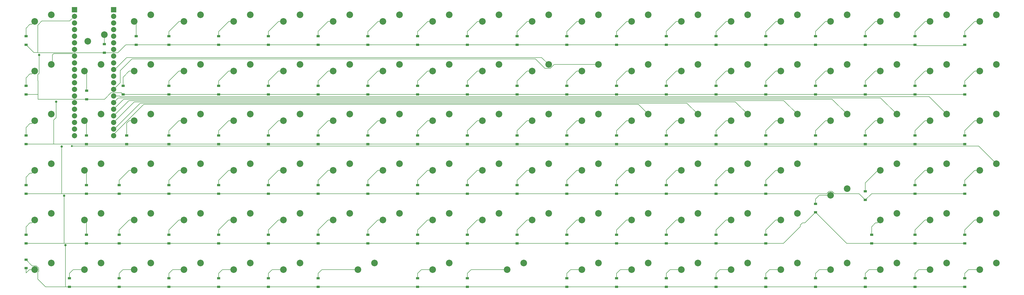
<source format=gbr>
G04 EAGLE Gerber RS-274X export*
G75*
%MOMM*%
%FSLAX34Y34*%
%LPD*%
%INBottom Copper*%
%IPPOS*%
%AMOC8*
5,1,8,0,0,1.08239X$1,22.5*%
G01*
%ADD10C,2.540000*%
%ADD11R,1.220000X0.910000*%
%ADD12R,2.000000X2.000000*%
%ADD13C,2.000000*%
%ADD14C,0.152400*%
%ADD15C,0.906400*%
%ADD16C,0.756400*%


D10*
X152400Y1168400D03*
X215900Y1193800D03*
X419100Y1117600D03*
X355600Y1092200D03*
X533400Y1168400D03*
X596900Y1193800D03*
X723900Y1168400D03*
X787400Y1193800D03*
X914400Y1168400D03*
X977900Y1193800D03*
X1104900Y1168400D03*
X1168400Y1193800D03*
X1295400Y1168400D03*
X1358900Y1193800D03*
X1485900Y1168400D03*
X1549400Y1193800D03*
X1676400Y1168400D03*
X1739900Y1193800D03*
X1866900Y1168400D03*
X1930400Y1193800D03*
X2057400Y1168400D03*
X2120900Y1193800D03*
X2247900Y1168400D03*
X2311400Y1193800D03*
X2438400Y1168400D03*
X2501900Y1193800D03*
X2628900Y1168400D03*
X2692400Y1193800D03*
X2819400Y1168400D03*
X2882900Y1193800D03*
X3009900Y1168400D03*
X3073400Y1193800D03*
X3200400Y1168400D03*
X3263900Y1193800D03*
X3390900Y1168400D03*
X3454400Y1193800D03*
X3581400Y1168400D03*
X3644900Y1193800D03*
X3771900Y1168400D03*
X3835400Y1193800D03*
X152400Y977900D03*
X215900Y1003300D03*
X342900Y977900D03*
X406400Y1003300D03*
X533400Y977900D03*
X596900Y1003300D03*
X723900Y977900D03*
X787400Y1003300D03*
X914400Y977900D03*
X977900Y1003300D03*
X1104900Y977900D03*
X1168400Y1003300D03*
X1295400Y977900D03*
X1358900Y1003300D03*
X1485900Y977900D03*
X1549400Y1003300D03*
X1676400Y977900D03*
X1739900Y1003300D03*
X1866900Y977900D03*
X1930400Y1003300D03*
X2057400Y977900D03*
X2120900Y1003300D03*
X2247900Y977900D03*
X2311400Y1003300D03*
X2438400Y977900D03*
X2501900Y1003300D03*
X2628900Y977900D03*
X2692400Y1003300D03*
X2819400Y977900D03*
X2882900Y1003300D03*
X3009900Y977900D03*
X3073400Y1003300D03*
X3200400Y977900D03*
X3263900Y1003300D03*
X3390900Y977900D03*
X3454400Y1003300D03*
X3581400Y977900D03*
X3644900Y1003300D03*
X3771900Y977900D03*
X3835400Y1003300D03*
X152400Y787400D03*
X215900Y812800D03*
X342900Y787400D03*
X406400Y812800D03*
X533400Y787400D03*
X596900Y812800D03*
X723900Y787400D03*
X787400Y812800D03*
X914400Y787400D03*
X977900Y812800D03*
X1104900Y787400D03*
X1168400Y812800D03*
X1295400Y787400D03*
X1358900Y812800D03*
X1485900Y787400D03*
X1549400Y812800D03*
X1676400Y787400D03*
X1739900Y812800D03*
X1866900Y787400D03*
X1930400Y812800D03*
X2057400Y787400D03*
X2120900Y812800D03*
X2247900Y787400D03*
X2311400Y812800D03*
X2438400Y787400D03*
X2501900Y812800D03*
X2628900Y787400D03*
X2692400Y812800D03*
X2819400Y787400D03*
X2882900Y812800D03*
X3009900Y787400D03*
X3073400Y812800D03*
X3200400Y787400D03*
X3263900Y812800D03*
X3390900Y787400D03*
X3454400Y812800D03*
X3581400Y787400D03*
X3644900Y812800D03*
X3771900Y787400D03*
X3835400Y812800D03*
X152400Y596900D03*
X215900Y622300D03*
X342900Y596900D03*
X406400Y622300D03*
X533400Y596900D03*
X596900Y622300D03*
X723900Y596900D03*
X787400Y622300D03*
X914400Y596900D03*
X977900Y622300D03*
X1104900Y596900D03*
X1168400Y622300D03*
X1295400Y596900D03*
X1358900Y622300D03*
X1485900Y596900D03*
X1549400Y622300D03*
X1676400Y596900D03*
X1739900Y622300D03*
X1866900Y596900D03*
X1930400Y622300D03*
X2057400Y596900D03*
X2120900Y622300D03*
X2247900Y596900D03*
X2311400Y622300D03*
X2438400Y596900D03*
X2501900Y622300D03*
X2628900Y596900D03*
X2692400Y622300D03*
X2819400Y596900D03*
X2882900Y622300D03*
X3009900Y596900D03*
X3073400Y622300D03*
X3390900Y596900D03*
X3454400Y622300D03*
X3581400Y596900D03*
X3644900Y622300D03*
X3771900Y596900D03*
X3835400Y622300D03*
X152400Y406400D03*
X215900Y431800D03*
X342900Y406400D03*
X406400Y431800D03*
X533400Y406400D03*
X596900Y431800D03*
X723900Y406400D03*
X787400Y431800D03*
X914400Y406400D03*
X977900Y431800D03*
X1104900Y406400D03*
X1168400Y431800D03*
X1295400Y406400D03*
X1358900Y431800D03*
X1485900Y406400D03*
X1549400Y431800D03*
X1676400Y406400D03*
X1739900Y431800D03*
X1866900Y406400D03*
X1930400Y431800D03*
X2057400Y406400D03*
X2120900Y431800D03*
X2247900Y406400D03*
X2311400Y431800D03*
X2438400Y406400D03*
X2501900Y431800D03*
X2628900Y406400D03*
X2692400Y431800D03*
X2819400Y406400D03*
X2882900Y431800D03*
X3009900Y406400D03*
X3073400Y431800D03*
X3390900Y406400D03*
X3454400Y431800D03*
X3581400Y406400D03*
X3644900Y431800D03*
X3771900Y406400D03*
X3835400Y431800D03*
X152400Y215900D03*
X215900Y241300D03*
X342900Y215900D03*
X406400Y241300D03*
X533400Y215900D03*
X596900Y241300D03*
X723900Y215900D03*
X787400Y241300D03*
X914400Y215900D03*
X977900Y241300D03*
X1104900Y215900D03*
X1168400Y241300D03*
X1676400Y215900D03*
X1739900Y241300D03*
X2247900Y215900D03*
X2311400Y241300D03*
X2438400Y215900D03*
X2501900Y241300D03*
X2628900Y215900D03*
X2692400Y241300D03*
X2819400Y215900D03*
X2882900Y241300D03*
X3009900Y215900D03*
X3073400Y241300D03*
X3200400Y215900D03*
X3263900Y241300D03*
X3390900Y215900D03*
X3454400Y241300D03*
X3581400Y215900D03*
X3644900Y241300D03*
X3771900Y215900D03*
X3835400Y241300D03*
X1390650Y215900D03*
X1454150Y241300D03*
X1962150Y215900D03*
X2025650Y241300D03*
X3200400Y501650D03*
X3263900Y527050D03*
D11*
X119063Y1079025D03*
X119063Y1111725D03*
X419498Y1048620D03*
X419498Y1081320D03*
X541250Y1079025D03*
X541250Y1111725D03*
X666750Y1079025D03*
X666750Y1111725D03*
X857250Y1079025D03*
X857250Y1111725D03*
X1047750Y1079025D03*
X1047750Y1111725D03*
X1238250Y1079025D03*
X1238250Y1111725D03*
X1428750Y1079025D03*
X1428750Y1111725D03*
X1619250Y1079025D03*
X1619250Y1111725D03*
X1809750Y1079025D03*
X1809750Y1111725D03*
X2000250Y1079025D03*
X2000250Y1111725D03*
X2190750Y1079025D03*
X2190750Y1111725D03*
X2381250Y1079025D03*
X2381250Y1111725D03*
X2571750Y1079025D03*
X2571750Y1111725D03*
X2762250Y1079025D03*
X2762250Y1111725D03*
X2952750Y1079025D03*
X2952750Y1111725D03*
X3143250Y1079025D03*
X3143250Y1111725D03*
X3333750Y1079025D03*
X3333750Y1111725D03*
X3524250Y1079025D03*
X3524250Y1111725D03*
X3714750Y1079025D03*
X3714750Y1111725D03*
X119063Y888525D03*
X119063Y921225D03*
X351723Y870023D03*
X351723Y902723D03*
X491250Y888525D03*
X491250Y921225D03*
X666750Y888525D03*
X666750Y921225D03*
X857250Y888525D03*
X857250Y921225D03*
X1047750Y888525D03*
X1047750Y921225D03*
X1238250Y888525D03*
X1238250Y921225D03*
X1428750Y888525D03*
X1428750Y921225D03*
X1619250Y888525D03*
X1619250Y921225D03*
X1809750Y888525D03*
X1809750Y921225D03*
X2000250Y888525D03*
X2000250Y921225D03*
X2190750Y888525D03*
X2190750Y921225D03*
X2381250Y888525D03*
X2381250Y921225D03*
X2571750Y888525D03*
X2571750Y921225D03*
X2762250Y888525D03*
X2762250Y921225D03*
X2952750Y888525D03*
X2952750Y921225D03*
X3143250Y888525D03*
X3143250Y921225D03*
X3333750Y888525D03*
X3333750Y921225D03*
X3524250Y888525D03*
X3524250Y921225D03*
X3714750Y888525D03*
X3714750Y921225D03*
X119063Y698025D03*
X119063Y730725D03*
X350750Y698025D03*
X350750Y730725D03*
X504851Y698025D03*
X504851Y730725D03*
X666750Y698025D03*
X666750Y730725D03*
X857250Y698025D03*
X857250Y730725D03*
X1047750Y698025D03*
X1047750Y730725D03*
X1238250Y698025D03*
X1238250Y730725D03*
X1428750Y698025D03*
X1428750Y730725D03*
X1619250Y698025D03*
X1619250Y730725D03*
X1809750Y698025D03*
X1809750Y730725D03*
X2000250Y698025D03*
X2000250Y730725D03*
X2190750Y698025D03*
X2190750Y730725D03*
X2381250Y698025D03*
X2381250Y730725D03*
X2571750Y698025D03*
X2571750Y730725D03*
X2762250Y698025D03*
X2762250Y730725D03*
X2952750Y698025D03*
X2952750Y730725D03*
X3143250Y698025D03*
X3143250Y730725D03*
X3333750Y698025D03*
X3333750Y730725D03*
X3524250Y698025D03*
X3524250Y730725D03*
X3714750Y698025D03*
X3714750Y730725D03*
X119063Y507525D03*
X119063Y540225D03*
X350750Y507525D03*
X350750Y540225D03*
X476250Y507525D03*
X476250Y540225D03*
X666750Y507525D03*
X666750Y540225D03*
X857250Y507525D03*
X857250Y540225D03*
X1047750Y507525D03*
X1047750Y540225D03*
X1238250Y507525D03*
X1238250Y540225D03*
X1428750Y507525D03*
X1428750Y540225D03*
X1619250Y507525D03*
X1619250Y540225D03*
X1809750Y507525D03*
X1809750Y540225D03*
X2000250Y507525D03*
X2000250Y540225D03*
X2190750Y507525D03*
X2190750Y540225D03*
X2381250Y507525D03*
X2381250Y540225D03*
X2571750Y507525D03*
X2571750Y540225D03*
X2762250Y507525D03*
X2762250Y540225D03*
X2952750Y507525D03*
X2952750Y540225D03*
X3333750Y483713D03*
X3333750Y516413D03*
X3524250Y507525D03*
X3524250Y540225D03*
X3714750Y507525D03*
X3714750Y540225D03*
X119063Y317025D03*
X119063Y349725D03*
X350750Y317025D03*
X350750Y349725D03*
X476250Y317025D03*
X476250Y349725D03*
X666750Y317025D03*
X666750Y349725D03*
X857250Y317025D03*
X857250Y349725D03*
X1047750Y317025D03*
X1047750Y349725D03*
X1238250Y317025D03*
X1238250Y349725D03*
X1428750Y317025D03*
X1428750Y349725D03*
X1619250Y317025D03*
X1619250Y349725D03*
X1809750Y317025D03*
X1809750Y349725D03*
X2000250Y317025D03*
X2000250Y349725D03*
X2190750Y317025D03*
X2190750Y349725D03*
X2381250Y317025D03*
X2381250Y349725D03*
X2571750Y317025D03*
X2571750Y349725D03*
X2762250Y317025D03*
X2762250Y349725D03*
X2952750Y317025D03*
X2952750Y349725D03*
X3143250Y436088D03*
X3143250Y468788D03*
X3357563Y317025D03*
X3357563Y349725D03*
X3524250Y317025D03*
X3524250Y349725D03*
X3714750Y317025D03*
X3714750Y349725D03*
X119063Y254475D03*
X119063Y221775D03*
X285750Y150338D03*
X285750Y183038D03*
X476250Y150338D03*
X476250Y183038D03*
X666750Y150338D03*
X666750Y183038D03*
X857250Y150338D03*
X857250Y183038D03*
X1047750Y150338D03*
X1047750Y183038D03*
X1238250Y150338D03*
X1238250Y183038D03*
X1619250Y150338D03*
X1619250Y183038D03*
X1809750Y150338D03*
X1809750Y183038D03*
X2190750Y150338D03*
X2190750Y183038D03*
X2381250Y150338D03*
X2381250Y183038D03*
X2571750Y150338D03*
X2571750Y183038D03*
X2762250Y150338D03*
X2762250Y183038D03*
X2952750Y150338D03*
X2952750Y183038D03*
X3143250Y150338D03*
X3143250Y183038D03*
X3333750Y150338D03*
X3333750Y183038D03*
X3524250Y150338D03*
X3524250Y183038D03*
X3714750Y150338D03*
X3714750Y183038D03*
D12*
X455000Y1213900D03*
D13*
X455000Y1188500D03*
X455000Y1163100D03*
X455000Y1137700D03*
X455000Y1112300D03*
X455000Y1086900D03*
X455000Y1061500D03*
X455000Y1036100D03*
D12*
X305000Y1213900D03*
D13*
X305000Y1188500D03*
X305000Y1163100D03*
X305000Y1137700D03*
X305000Y1112300D03*
X305000Y1086900D03*
X305000Y1061500D03*
X305000Y1036100D03*
X305000Y1009700D03*
X305000Y984300D03*
X305000Y958900D03*
X305000Y933500D03*
X305000Y908100D03*
X305000Y882700D03*
X305000Y857300D03*
X305000Y831900D03*
X305000Y806500D03*
X305000Y781100D03*
X305000Y755700D03*
X305000Y730300D03*
X455000Y1009700D03*
X455000Y984300D03*
X455000Y958900D03*
X455000Y933500D03*
X455000Y908100D03*
X455000Y882700D03*
X455000Y857300D03*
X455000Y831900D03*
X455000Y806500D03*
X455000Y781100D03*
X455000Y755700D03*
X455000Y730300D03*
D14*
X119063Y1130000D02*
X119063Y1130375D01*
X119063Y1130000D02*
X119063Y1111725D01*
X141342Y1157342D02*
X152400Y1168400D01*
X141342Y1157342D02*
X133759Y1157342D01*
X119063Y1142645D01*
X119063Y1130375D01*
X419498Y1117202D02*
X419498Y1081320D01*
X419498Y1117202D02*
X419100Y1117600D01*
X533400Y1168400D02*
X541250Y1160550D01*
X541250Y1111725D01*
X666750Y1130000D02*
X666750Y1130375D01*
X666750Y1130000D02*
X666750Y1111725D01*
X705150Y1168400D02*
X723900Y1168400D01*
X705150Y1168400D02*
X666750Y1130000D01*
X857250Y1130375D02*
X857250Y1130000D01*
X857250Y1111725D01*
X895650Y1168400D02*
X914400Y1168400D01*
X895650Y1168400D02*
X857250Y1130000D01*
X1047750Y1130375D02*
X1047750Y1130000D01*
X1047750Y1111725D01*
X1086150Y1168400D02*
X1104900Y1168400D01*
X1086150Y1168400D02*
X1047750Y1130000D01*
X1238250Y1130375D02*
X1238250Y1111725D01*
X1276275Y1168400D02*
X1295400Y1168400D01*
X1276275Y1168400D02*
X1238250Y1130375D01*
X1428750Y1130375D02*
X1428750Y1130000D01*
X1428750Y1111725D01*
X1467150Y1168400D02*
X1485900Y1168400D01*
X1467150Y1168400D02*
X1428750Y1130000D01*
X1619250Y1130375D02*
X1619250Y1130000D01*
X1619250Y1111725D01*
X1657650Y1168400D02*
X1676400Y1168400D01*
X1657650Y1168400D02*
X1619250Y1130000D01*
X1809750Y1130375D02*
X1809750Y1130000D01*
X1809750Y1111725D01*
X1848150Y1168400D02*
X1866900Y1168400D01*
X1848150Y1168400D02*
X1809750Y1130000D01*
X2000250Y1130375D02*
X2000250Y1130000D01*
X2000250Y1111725D01*
X2038650Y1168400D02*
X2057400Y1168400D01*
X2038650Y1168400D02*
X2000250Y1130000D01*
X2190750Y1130375D02*
X2190750Y1130000D01*
X2190750Y1111725D01*
X2229150Y1168400D02*
X2247900Y1168400D01*
X2229150Y1168400D02*
X2190750Y1130000D01*
X2381250Y1130375D02*
X2381250Y1130000D01*
X2381250Y1111725D01*
X2419650Y1168400D02*
X2438400Y1168400D01*
X2419650Y1168400D02*
X2381250Y1130000D01*
X2571750Y1130375D02*
X2571750Y1111725D01*
X2609775Y1168400D02*
X2628900Y1168400D01*
X2609775Y1168400D02*
X2571750Y1130375D01*
X2762250Y1130375D02*
X2762250Y1130000D01*
X2762250Y1111725D01*
X2800650Y1168400D02*
X2819400Y1168400D01*
X2800650Y1168400D02*
X2762250Y1130000D01*
X2952750Y1130375D02*
X2952750Y1130000D01*
X2952750Y1111725D01*
X2991150Y1168400D02*
X3009900Y1168400D01*
X2991150Y1168400D02*
X2952750Y1130000D01*
X3143250Y1130375D02*
X3143250Y1111725D01*
X3181275Y1168400D02*
X3200400Y1168400D01*
X3181275Y1168400D02*
X3143250Y1130375D01*
X3333750Y1130375D02*
X3333750Y1130000D01*
X3333750Y1111725D01*
X3372150Y1168400D02*
X3390900Y1168400D01*
X3372150Y1168400D02*
X3333750Y1130000D01*
X3524250Y1130375D02*
X3524250Y1130000D01*
X3524250Y1111725D01*
X3562650Y1168400D02*
X3581400Y1168400D01*
X3562650Y1168400D02*
X3524250Y1130000D01*
X3714750Y1130375D02*
X3714750Y1111725D01*
X3752775Y1168400D02*
X3771900Y1168400D01*
X3752775Y1168400D02*
X3714750Y1130375D01*
X119063Y939875D02*
X119063Y921225D01*
X141342Y966842D02*
X152400Y977900D01*
X141342Y966842D02*
X133759Y966842D01*
X119063Y952145D01*
X119063Y939875D01*
X342900Y977900D02*
X351723Y969077D01*
X351723Y902723D01*
X491250Y921225D02*
X491250Y954875D01*
X514275Y977900D02*
X533400Y977900D01*
X514275Y977900D02*
X491250Y954875D01*
X666750Y939875D02*
X666750Y921225D01*
X704775Y977900D02*
X723900Y977900D01*
X704775Y977900D02*
X666750Y939875D01*
X857250Y939875D02*
X857250Y921225D01*
X895275Y977900D02*
X914400Y977900D01*
X895275Y977900D02*
X857250Y939875D01*
X1047750Y939875D02*
X1047750Y921225D01*
X1085775Y977900D02*
X1104900Y977900D01*
X1085775Y977900D02*
X1047750Y939875D01*
X1238250Y939875D02*
X1238250Y921225D01*
X1276275Y977900D02*
X1295400Y977900D01*
X1276275Y977900D02*
X1238250Y939875D01*
X1428750Y939875D02*
X1428750Y921225D01*
X1466775Y977900D02*
X1485900Y977900D01*
X1466775Y977900D02*
X1428750Y939875D01*
X1619250Y939875D02*
X1619250Y921225D01*
X1657275Y977900D02*
X1676400Y977900D01*
X1657275Y977900D02*
X1619250Y939875D01*
X1809750Y939875D02*
X1809750Y921225D01*
X1847775Y977900D02*
X1866900Y977900D01*
X1847775Y977900D02*
X1809750Y939875D01*
X2000250Y939875D02*
X2000250Y921225D01*
X2038275Y977900D02*
X2057400Y977900D01*
X2038275Y977900D02*
X2000250Y939875D01*
X2190750Y939875D02*
X2190750Y921225D01*
X2228775Y977900D02*
X2247900Y977900D01*
X2228775Y977900D02*
X2190750Y939875D01*
X2381250Y939875D02*
X2381250Y921225D01*
X2419275Y977900D02*
X2438400Y977900D01*
X2419275Y977900D02*
X2381250Y939875D01*
X2571750Y939875D02*
X2571750Y921225D01*
X2609775Y977900D02*
X2628900Y977900D01*
X2609775Y977900D02*
X2571750Y939875D01*
X2762250Y939875D02*
X2762250Y921225D01*
X2800275Y977900D02*
X2819400Y977900D01*
X2800275Y977900D02*
X2762250Y939875D01*
X2952750Y939875D02*
X2952750Y921225D01*
X2990775Y977900D02*
X3009900Y977900D01*
X2990775Y977900D02*
X2952750Y939875D01*
X3181275Y977900D02*
X3200400Y977900D01*
X3181275Y977900D02*
X3144188Y940813D01*
X3143250Y939875D01*
X3144188Y922323D02*
X3143250Y921225D01*
X3144188Y922323D02*
X3144188Y940813D01*
X3333750Y939875D02*
X3333750Y921225D01*
X3371775Y977900D02*
X3390900Y977900D01*
X3371775Y977900D02*
X3333750Y939875D01*
X3524250Y939875D02*
X3524250Y921225D01*
X3562275Y977900D02*
X3581400Y977900D01*
X3562275Y977900D02*
X3524250Y939875D01*
X3714750Y939875D02*
X3714750Y921225D01*
X3752775Y977900D02*
X3771900Y977900D01*
X3752775Y977900D02*
X3714750Y939875D01*
X119063Y749375D02*
X119063Y730725D01*
X141342Y776342D02*
X152400Y787400D01*
X141342Y776342D02*
X133759Y776342D01*
X119063Y761645D01*
X119063Y749375D01*
X342900Y787400D02*
X350750Y779550D01*
X350750Y730725D01*
X504851Y730725D02*
X504851Y777976D01*
X514275Y787400D02*
X533400Y787400D01*
X514275Y787400D02*
X504851Y777976D01*
X666750Y749375D02*
X666750Y730725D01*
X704775Y787400D02*
X723900Y787400D01*
X704775Y787400D02*
X666750Y749375D01*
X857250Y749375D02*
X857250Y730725D01*
X895275Y787400D02*
X914400Y787400D01*
X895275Y787400D02*
X857250Y749375D01*
X1047750Y749375D02*
X1047750Y730725D01*
X1085775Y787400D02*
X1104900Y787400D01*
X1085775Y787400D02*
X1047750Y749375D01*
X1238250Y749375D02*
X1238250Y730725D01*
X1276275Y787400D02*
X1295400Y787400D01*
X1276275Y787400D02*
X1238250Y749375D01*
X1428750Y749375D02*
X1428750Y730725D01*
X1466775Y787400D02*
X1485900Y787400D01*
X1466775Y787400D02*
X1428750Y749375D01*
X1619250Y749375D02*
X1619250Y730725D01*
X1657275Y787400D02*
X1676400Y787400D01*
X1657275Y787400D02*
X1619250Y749375D01*
X1809750Y749375D02*
X1809750Y730725D01*
X1847775Y787400D02*
X1866900Y787400D01*
X1847775Y787400D02*
X1809750Y749375D01*
X2000250Y749375D02*
X2000250Y730725D01*
X2038275Y787400D02*
X2057400Y787400D01*
X2038275Y787400D02*
X2000250Y749375D01*
X2190750Y749375D02*
X2190750Y730725D01*
X2228775Y787400D02*
X2247900Y787400D01*
X2228775Y787400D02*
X2190750Y749375D01*
X2381250Y749375D02*
X2381250Y730725D01*
X2419275Y787400D02*
X2438400Y787400D01*
X2419275Y787400D02*
X2381250Y749375D01*
X2571750Y749375D02*
X2571750Y730725D01*
X2609775Y787400D02*
X2628900Y787400D01*
X2609775Y787400D02*
X2571750Y749375D01*
X2762250Y749375D02*
X2762250Y730725D01*
X2800275Y787400D02*
X2819400Y787400D01*
X2800275Y787400D02*
X2762250Y749375D01*
X2952750Y749375D02*
X2952750Y730725D01*
X2990775Y787400D02*
X3009900Y787400D01*
X2990775Y787400D02*
X2952750Y749375D01*
X3143250Y749375D02*
X3143250Y730725D01*
X3181275Y787400D02*
X3200400Y787400D01*
X3181275Y787400D02*
X3143250Y749375D01*
X3333750Y749375D02*
X3333750Y730725D01*
X3371775Y787400D02*
X3390900Y787400D01*
X3371775Y787400D02*
X3333750Y749375D01*
X3524250Y749375D02*
X3524250Y730725D01*
X3562275Y787400D02*
X3581400Y787400D01*
X3562275Y787400D02*
X3524250Y749375D01*
X3714750Y749375D02*
X3714750Y730725D01*
X3752775Y787400D02*
X3771900Y787400D01*
X3752775Y787400D02*
X3714750Y749375D01*
X119063Y558875D02*
X119063Y540225D01*
X141342Y585842D02*
X152400Y596900D01*
X141342Y585842D02*
X133759Y585842D01*
X119063Y571145D01*
X119063Y558875D01*
X342900Y596900D02*
X350750Y589050D01*
X350750Y540225D01*
X476250Y540225D02*
X476250Y558875D01*
X514275Y596900D02*
X533400Y596900D01*
X514275Y596900D02*
X476250Y558875D01*
X666750Y558875D02*
X666750Y540225D01*
X704775Y596900D02*
X723900Y596900D01*
X704775Y596900D02*
X666750Y558875D01*
X857250Y558875D02*
X857250Y540225D01*
X895275Y596900D02*
X914400Y596900D01*
X895275Y596900D02*
X857250Y558875D01*
X1047750Y558875D02*
X1047750Y540225D01*
X1085775Y596900D02*
X1104900Y596900D01*
X1085775Y596900D02*
X1047750Y558875D01*
X1238250Y558875D02*
X1238250Y540225D01*
X1276275Y596900D02*
X1295400Y596900D01*
X1276275Y596900D02*
X1238250Y558875D01*
X1428750Y558875D02*
X1428750Y540225D01*
X1466775Y596900D02*
X1485900Y596900D01*
X1466775Y596900D02*
X1428750Y558875D01*
X1619250Y558875D02*
X1619250Y540225D01*
X1657275Y596900D02*
X1676400Y596900D01*
X1657275Y596900D02*
X1619250Y558875D01*
X1809750Y558875D02*
X1809750Y540225D01*
X1847775Y596900D02*
X1866900Y596900D01*
X1847775Y596900D02*
X1809750Y558875D01*
X2000250Y558875D02*
X2000250Y540225D01*
X2038275Y596900D02*
X2057400Y596900D01*
X2038275Y596900D02*
X2000250Y558875D01*
X2190750Y558875D02*
X2190750Y540225D01*
X2228775Y596900D02*
X2247900Y596900D01*
X2228775Y596900D02*
X2190750Y558875D01*
X2381250Y558875D02*
X2381250Y540225D01*
X2419275Y596900D02*
X2438400Y596900D01*
X2419275Y596900D02*
X2381250Y558875D01*
X2571750Y558875D02*
X2571750Y540225D01*
X2609775Y596900D02*
X2628900Y596900D01*
X2609775Y596900D02*
X2571750Y558875D01*
X2762250Y558875D02*
X2762250Y540225D01*
X2800275Y596900D02*
X2819400Y596900D01*
X2800275Y596900D02*
X2762250Y558875D01*
X2952750Y558875D02*
X2952750Y540225D01*
X2990775Y596900D02*
X3009900Y596900D01*
X2990775Y596900D02*
X2952750Y558875D01*
X3333750Y535063D02*
X3333750Y530000D01*
X3333750Y516413D01*
X3381900Y596900D02*
X3390900Y596900D01*
X3333750Y548750D02*
X3333750Y535063D01*
X3333750Y548750D02*
X3381900Y596900D01*
X3524250Y558875D02*
X3524250Y540225D01*
X3562275Y596900D02*
X3581400Y596900D01*
X3562275Y596900D02*
X3524250Y558875D01*
X3714750Y558875D02*
X3714750Y540225D01*
X3752775Y596900D02*
X3771900Y596900D01*
X3752775Y596900D02*
X3714750Y558875D01*
X119063Y380645D02*
X119063Y349725D01*
X141342Y395342D02*
X152400Y406400D01*
X141342Y395342D02*
X133759Y395342D01*
X119063Y380645D01*
X342900Y406400D02*
X350750Y398550D01*
X350750Y349725D01*
X476250Y349725D02*
X476250Y368375D01*
X514275Y406400D02*
X533400Y406400D01*
X514275Y406400D02*
X476250Y368375D01*
X666750Y368375D02*
X666750Y349725D01*
X704775Y406400D02*
X723900Y406400D01*
X704775Y406400D02*
X666750Y368375D01*
X857250Y368375D02*
X857250Y349725D01*
X895275Y406400D02*
X914400Y406400D01*
X895275Y406400D02*
X857250Y368375D01*
X1047750Y368375D02*
X1047750Y349725D01*
X1085775Y406400D02*
X1104900Y406400D01*
X1085775Y406400D02*
X1047750Y368375D01*
X1238250Y368375D02*
X1238250Y349725D01*
X1276275Y406400D02*
X1295400Y406400D01*
X1276275Y406400D02*
X1238250Y368375D01*
X1428750Y368375D02*
X1428750Y349725D01*
X1466775Y406400D02*
X1485900Y406400D01*
X1466775Y406400D02*
X1428750Y368375D01*
X1619250Y368375D02*
X1619250Y349725D01*
X1657275Y406400D02*
X1676400Y406400D01*
X1657275Y406400D02*
X1619250Y368375D01*
X1809750Y368375D02*
X1809750Y349725D01*
X1847775Y406400D02*
X1866900Y406400D01*
X1847775Y406400D02*
X1809750Y368375D01*
X2000250Y368375D02*
X2000250Y349725D01*
X2038275Y406400D02*
X2057400Y406400D01*
X2038275Y406400D02*
X2000250Y368375D01*
X2190750Y368375D02*
X2190750Y349725D01*
X2228775Y406400D02*
X2247900Y406400D01*
X2228775Y406400D02*
X2190750Y368375D01*
X2381250Y368375D02*
X2381250Y349725D01*
X2419275Y406400D02*
X2438400Y406400D01*
X2419275Y406400D02*
X2381250Y368375D01*
X2571750Y368375D02*
X2571750Y349725D01*
X2609775Y406400D02*
X2628900Y406400D01*
X2609775Y406400D02*
X2571750Y368375D01*
X2762250Y368375D02*
X2762250Y349725D01*
X2800275Y406400D02*
X2819400Y406400D01*
X2800275Y406400D02*
X2762250Y368375D01*
X2952750Y368375D02*
X2952750Y349725D01*
X2990775Y406400D02*
X3009900Y406400D01*
X2990775Y406400D02*
X2952750Y368375D01*
X3143250Y468788D02*
X3143250Y487438D01*
X3157463Y501650D02*
X3200400Y501650D01*
X3157463Y501650D02*
X3143250Y487438D01*
X3357563Y368375D02*
X3357563Y349725D01*
X3379842Y395342D02*
X3390900Y406400D01*
X3379842Y395342D02*
X3372259Y395342D01*
X3357563Y380645D01*
X3357563Y368375D01*
X3524250Y368375D02*
X3524250Y349725D01*
X3562275Y406400D02*
X3581400Y406400D01*
X3562275Y406400D02*
X3524250Y368375D01*
X3714750Y368375D02*
X3714750Y349725D01*
X3752775Y406400D02*
X3771900Y406400D01*
X3752775Y406400D02*
X3714750Y368375D01*
X119063Y221775D02*
X119063Y203125D01*
X131838Y215900D02*
X152400Y215900D01*
X131838Y215900D02*
X119063Y203125D01*
X285750Y201688D02*
X285750Y183038D01*
X299963Y215900D02*
X342900Y215900D01*
X299963Y215900D02*
X285750Y201688D01*
X476250Y201688D02*
X476250Y183038D01*
X490463Y215900D02*
X533400Y215900D01*
X490463Y215900D02*
X476250Y201688D01*
X666750Y201688D02*
X666750Y183038D01*
X680963Y215900D02*
X723900Y215900D01*
X680963Y215900D02*
X666750Y201688D01*
X857250Y201688D02*
X857250Y183038D01*
X871463Y215900D02*
X914400Y215900D01*
X871463Y215900D02*
X857250Y201688D01*
X1047750Y201688D02*
X1047750Y183038D01*
X1061963Y215900D02*
X1104900Y215900D01*
X1061963Y215900D02*
X1047750Y201688D01*
X1238250Y201688D02*
X1238250Y183038D01*
X1252463Y215900D02*
X1390650Y215900D01*
X1252463Y215900D02*
X1238250Y201688D01*
X1619250Y201688D02*
X1619250Y183038D01*
X1633463Y215900D02*
X1676400Y215900D01*
X1633463Y215900D02*
X1619250Y201688D01*
X1809750Y201688D02*
X1809750Y183038D01*
X1823963Y215900D02*
X1962150Y215900D01*
X1823963Y215900D02*
X1809750Y201688D01*
X2190750Y201688D02*
X2190750Y183038D01*
X2204963Y215900D02*
X2247900Y215900D01*
X2204963Y215900D02*
X2190750Y201688D01*
X2381250Y201688D02*
X2381250Y183038D01*
X2395463Y215900D02*
X2438400Y215900D01*
X2395463Y215900D02*
X2381250Y201688D01*
X2571750Y201688D02*
X2571750Y183038D01*
X2585963Y215900D02*
X2628900Y215900D01*
X2585963Y215900D02*
X2571750Y201688D01*
X2762250Y201688D02*
X2762250Y183038D01*
X2776463Y215900D02*
X2819400Y215900D01*
X2776463Y215900D02*
X2762250Y201688D01*
X2952750Y201688D02*
X2952750Y183038D01*
X2966963Y215900D02*
X3009900Y215900D01*
X2966963Y215900D02*
X2952750Y201688D01*
X3143250Y201688D02*
X3143250Y183038D01*
X3157463Y215900D02*
X3200400Y215900D01*
X3157463Y215900D02*
X3143250Y201688D01*
X3333750Y201688D02*
X3333750Y183038D01*
X3347963Y215900D02*
X3390900Y215900D01*
X3347963Y215900D02*
X3333750Y201688D01*
X3524250Y201688D02*
X3524250Y183038D01*
X3538463Y215900D02*
X3581400Y215900D01*
X3538463Y215900D02*
X3524250Y201688D01*
X3714750Y201688D02*
X3714750Y183038D01*
X3728963Y215900D02*
X3771900Y215900D01*
X3728963Y215900D02*
X3714750Y201688D01*
X541250Y1079025D02*
X501250Y1079025D01*
X470845Y1048620D01*
X419498Y1048620D01*
X541250Y1079025D02*
X666750Y1079025D01*
X857250Y1079025D01*
X1047750Y1079025D01*
X1238250Y1079025D01*
X1428750Y1079025D01*
X1619250Y1079025D01*
X1809750Y1079025D01*
X2000250Y1079025D01*
X2190750Y1079025D01*
X2381250Y1079025D01*
X2571750Y1079025D01*
X2762250Y1079025D01*
X2952750Y1079025D01*
X3143250Y1079025D01*
X3333750Y1079025D01*
X3524250Y1079025D01*
X3528059Y1075217D01*
X3710942Y1075217D01*
X3714750Y1079025D01*
X165000Y1154046D02*
X164658Y1153704D01*
X165000Y1154046D02*
X165000Y1155000D01*
X180000Y1170000D01*
X286500Y1170000D01*
X305000Y1188500D01*
X149063Y1049025D02*
X119063Y1079025D01*
X149063Y1049025D02*
X165000Y1049025D01*
X165405Y1048620D02*
X419498Y1048620D01*
X164658Y1049367D02*
X164658Y1153704D01*
X164658Y1049367D02*
X165000Y1049025D01*
X165405Y1048620D01*
X3524250Y888525D02*
X3714750Y888525D01*
X3524250Y888525D02*
X3333750Y888525D01*
X3143250Y888525D01*
X2952750Y888525D01*
X2762250Y888525D01*
X2571750Y888525D01*
X2381250Y888525D01*
X2190750Y888525D01*
X2000250Y888525D01*
X1809750Y888525D01*
X1619250Y888525D01*
X1428750Y888525D01*
X1238250Y888525D01*
X1047750Y888525D01*
X857250Y888525D01*
X666750Y888525D01*
X491250Y888525D01*
X351723Y870023D02*
X165000Y870023D01*
X165000Y888525D02*
X119063Y888525D01*
X165000Y888525D02*
X165000Y870023D01*
X165000Y888525D02*
X165000Y941454D01*
X164658Y941796D01*
X164658Y964658D01*
X169715Y969715D01*
X169715Y1040051D01*
D15*
X169715Y1040051D03*
D14*
X351723Y870023D02*
X419977Y870023D01*
X420000Y870000D01*
X420023Y870023D02*
X351723Y870023D01*
X420023Y870023D02*
X445000Y895000D01*
X484775Y895000D01*
X491250Y888525D01*
X3524250Y507525D02*
X3714750Y507525D01*
X3524250Y507525D02*
X3357563Y507525D01*
X3333750Y483713D01*
X3309938Y507525D01*
X3206607Y516636D02*
X3194193Y516636D01*
X3215718Y507525D02*
X3309938Y507525D01*
X3185082Y507525D02*
X2952750Y507525D01*
X3206607Y516636D02*
X3215718Y507525D01*
X3194193Y516636D02*
X3185082Y507525D01*
X2952750Y507525D02*
X2762250Y507525D01*
X2571750Y507525D01*
X2381250Y507525D01*
X2190750Y507525D01*
X2000250Y507525D01*
X1809750Y507525D01*
X1619250Y507525D01*
X1428750Y507525D01*
X1238250Y507525D01*
X1047750Y507525D01*
X857250Y507525D01*
X666750Y507525D01*
X476250Y507525D01*
X350750Y507525D01*
X255803Y507525D01*
X255000Y507525D02*
X119063Y507525D01*
X255803Y688610D02*
X255990Y688797D01*
X255803Y688610D02*
X255803Y507525D01*
D15*
X255990Y688797D03*
D14*
X265000Y317025D02*
X119063Y317025D01*
X265000Y317025D02*
X350750Y317025D01*
X476250Y317025D01*
X666750Y317025D01*
X857250Y317025D01*
X1047750Y317025D01*
X1238250Y317025D01*
X1428750Y317025D01*
X1619250Y317025D01*
X1809750Y317025D01*
X2000250Y317025D01*
X2190750Y317025D01*
X2381250Y317025D01*
X2571750Y317025D01*
X2762250Y317025D01*
X2952750Y317025D01*
X3084458Y386941D02*
X3092859Y395342D01*
X3102505Y395342D01*
X3143250Y436088D01*
X3020571Y317025D02*
X2952750Y317025D01*
X3020571Y317025D02*
X3084458Y380912D01*
X3084458Y386941D01*
X3143250Y436088D02*
X3262313Y317025D01*
X3357563Y317025D01*
X3524250Y317025D01*
X3714750Y317025D01*
X265000Y317025D02*
X265000Y500000D01*
D15*
X265000Y500000D03*
D14*
X3524250Y150338D02*
X3714750Y150338D01*
X3524250Y150338D02*
X3333750Y150338D01*
X3143250Y150338D01*
X2952750Y150338D01*
X2762250Y150338D01*
X2571750Y150338D01*
X2381250Y150338D01*
X2190750Y150338D01*
X1809750Y150338D01*
X1619250Y150338D01*
X1238250Y150338D01*
X1047750Y150338D01*
X857250Y150338D01*
X666750Y150338D01*
X476250Y150338D01*
X285750Y150338D01*
X167386Y209693D02*
X167386Y222107D01*
X158607Y230886D01*
X142652Y230886D02*
X119063Y254475D01*
X142652Y230886D02*
X158607Y230886D01*
X270000Y150338D02*
X285750Y150338D01*
X270000Y150338D02*
X194116Y150338D01*
X164658Y179796D01*
X164658Y206965D01*
X167386Y209693D01*
X270000Y150338D02*
X270000Y310000D01*
D15*
X270000Y310000D03*
D14*
X225000Y698025D02*
X119063Y698025D01*
X225000Y698025D02*
X350750Y698025D01*
X504851Y698025D01*
X666750Y698025D01*
X857250Y698025D01*
X1047750Y698025D01*
X1238250Y698025D01*
X1428750Y698025D01*
X1619250Y698025D01*
X1809750Y698025D01*
X2000250Y698025D01*
X2190750Y698025D01*
X2381250Y698025D01*
X2571750Y698025D01*
X2762250Y698025D01*
X2952750Y698025D01*
X3143250Y698025D01*
X3333750Y698025D01*
X3524250Y698025D01*
X3714750Y698025D01*
X225000Y698025D02*
X225000Y790000D01*
X234765Y799765D01*
X234765Y860093D01*
D15*
X234765Y860093D03*
D14*
X215900Y1003300D02*
X220000Y1007400D01*
X220000Y1040000D01*
X225000Y1045000D01*
X296100Y1045000D01*
X305000Y1036100D01*
X2094200Y1030000D02*
X2120900Y1003300D01*
X459300Y984300D02*
X455000Y984300D01*
X505000Y1030000D02*
X2094200Y1030000D01*
X505000Y1030000D02*
X459300Y984300D01*
X2142093Y1003300D02*
X2311400Y1003300D01*
X2142093Y1003300D02*
X2127107Y988314D01*
X2106686Y988314D01*
X2070000Y1025000D01*
X525000Y1025000D01*
X480000Y980000D01*
X480000Y933100D01*
X455000Y908100D01*
X2464700Y850000D02*
X2501900Y812800D01*
X570183Y850000D02*
X455000Y734817D01*
X455000Y730300D01*
X570183Y850000D02*
X2464700Y850000D01*
X457419Y755700D02*
X455000Y755700D01*
X457419Y755700D02*
X556719Y855000D01*
X2650200Y855000D02*
X2692400Y812800D01*
X2650200Y855000D02*
X556719Y855000D01*
X2835700Y860000D02*
X2882900Y812800D01*
X533900Y860000D02*
X455000Y781100D01*
X533900Y860000D02*
X2835700Y860000D01*
X513500Y865000D02*
X455000Y806500D01*
X3021200Y865000D02*
X3073400Y812800D01*
X3021200Y865000D02*
X513500Y865000D01*
X3206700Y870000D02*
X3263900Y812800D01*
X493100Y870000D02*
X455000Y831900D01*
X493100Y870000D02*
X3206700Y870000D01*
X3392200Y875000D02*
X3454400Y812800D01*
X472700Y875000D02*
X455000Y857300D01*
X472700Y875000D02*
X3392200Y875000D01*
X3577700Y880000D02*
X3644900Y812800D01*
X477300Y882700D02*
X455000Y882700D01*
X477300Y882700D02*
X480000Y880000D01*
X3577700Y880000D01*
D16*
X295000Y690000D03*
D14*
X3767700Y690000D01*
X3835400Y622300D01*
M02*

</source>
